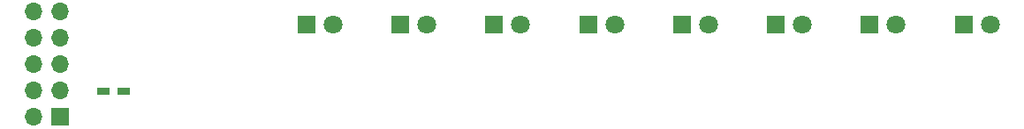
<source format=gts>
G04 #@! TF.GenerationSoftware,KiCad,Pcbnew,(5.1.6-0-10_14)*
G04 #@! TF.CreationDate,2020-08-11T10:22:26+09:00*
G04 #@! TF.ProjectId,qPCR-ledarray_1x8,71504352-2d6c-4656-9461-727261795f31,rev?*
G04 #@! TF.SameCoordinates,Original*
G04 #@! TF.FileFunction,Soldermask,Top*
G04 #@! TF.FilePolarity,Negative*
%FSLAX46Y46*%
G04 Gerber Fmt 4.6, Leading zero omitted, Abs format (unit mm)*
G04 Created by KiCad (PCBNEW (5.1.6-0-10_14)) date 2020-08-11 10:22:26*
%MOMM*%
%LPD*%
G01*
G04 APERTURE LIST*
%ADD10R,1.800000X1.800000*%
%ADD11C,1.800000*%
%ADD12R,1.200000X0.750000*%
%ADD13O,1.700000X1.700000*%
%ADD14R,1.700000X1.700000*%
G04 APERTURE END LIST*
D10*
G04 #@! TO.C,D1*
X164730000Y-113500000D03*
D11*
X167270000Y-113500000D03*
G04 #@! TD*
G04 #@! TO.C,D2*
X158270000Y-113500000D03*
D10*
X155730000Y-113500000D03*
G04 #@! TD*
G04 #@! TO.C,D3*
X146730000Y-113500000D03*
D11*
X149270000Y-113500000D03*
G04 #@! TD*
G04 #@! TO.C,D4*
X140270000Y-113500000D03*
D10*
X137730000Y-113500000D03*
G04 #@! TD*
G04 #@! TO.C,D5*
X128730000Y-113500000D03*
D11*
X131270000Y-113500000D03*
G04 #@! TD*
G04 #@! TO.C,D6*
X122270000Y-113500000D03*
D10*
X119730000Y-113500000D03*
G04 #@! TD*
G04 #@! TO.C,D7*
X110730000Y-113500000D03*
D11*
X113270000Y-113500000D03*
G04 #@! TD*
G04 #@! TO.C,D8*
X104270000Y-113500000D03*
D10*
X101730000Y-113500000D03*
G04 #@! TD*
D12*
G04 #@! TO.C,C1*
X82303200Y-119905400D03*
X84203200Y-119905400D03*
G04 #@! TD*
D13*
G04 #@! TO.C,U1*
X75564401Y-112270000D03*
X78104401Y-112270000D03*
X75564401Y-114810000D03*
X78104401Y-114810000D03*
X75564401Y-117350000D03*
X78104401Y-117350000D03*
X75564401Y-119890000D03*
X78104401Y-119890000D03*
X75564401Y-122430000D03*
D14*
X78104401Y-122430000D03*
G04 #@! TD*
M02*

</source>
